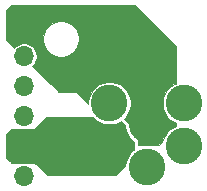
<source format=gbl>
G04 #@! TF.GenerationSoftware,KiCad,Pcbnew,5.1.5-52549c5~84~ubuntu19.10.1*
G04 #@! TF.CreationDate,2020-03-01T18:50:15+01:00*
G04 #@! TF.ProjectId,C245_conn,43323435-5f63-46f6-9e6e-2e6b69636164,rev?*
G04 #@! TF.SameCoordinates,Original*
G04 #@! TF.FileFunction,Copper,L2,Bot*
G04 #@! TF.FilePolarity,Positive*
%FSLAX46Y46*%
G04 Gerber Fmt 4.6, Leading zero omitted, Abs format (unit mm)*
G04 Created by KiCad (PCBNEW 5.1.5-52549c5~84~ubuntu19.10.1) date 2020-03-01 18:50:15*
%MOMM*%
%LPD*%
G04 APERTURE LIST*
%ADD10C,3.100000*%
%ADD11O,1.700000X1.700000*%
%ADD12R,1.700000X1.700000*%
%ADD13C,0.100000*%
G04 APERTURE END LIST*
D10*
X111350000Y-108400000D03*
X111350000Y-112000000D03*
X117650000Y-108400000D03*
X117650000Y-112000000D03*
X114500000Y-113800000D03*
X114500000Y-110200000D03*
D11*
X104100000Y-114600000D03*
X104100000Y-112060000D03*
X104100000Y-109520000D03*
X104100000Y-106980000D03*
X104100000Y-104440000D03*
D12*
X104100000Y-101900000D03*
D13*
G36*
X113526707Y-100097417D02*
G01*
X116902583Y-103473293D01*
X116937677Y-103525816D01*
X116950000Y-103587766D01*
X116950000Y-106741644D01*
X116797380Y-106804861D01*
X116502567Y-107001849D01*
X116251849Y-107252567D01*
X116054861Y-107547380D01*
X115919173Y-107874959D01*
X115850000Y-108222716D01*
X115850000Y-108577284D01*
X115919173Y-108925041D01*
X116054861Y-109252620D01*
X116251849Y-109547433D01*
X116502567Y-109798151D01*
X116797380Y-109995139D01*
X116950000Y-110058356D01*
X116950000Y-110341644D01*
X116797380Y-110404861D01*
X116502567Y-110601849D01*
X116251849Y-110852567D01*
X116054861Y-111147380D01*
X115919173Y-111474959D01*
X115910443Y-111518847D01*
X115526707Y-111902583D01*
X115474184Y-111937677D01*
X115412234Y-111950000D01*
X113750000Y-111950000D01*
X113750000Y-111082843D01*
X113745196Y-111034071D01*
X113729972Y-110957534D01*
X113715746Y-110910635D01*
X113692643Y-110867413D01*
X113649288Y-110802528D01*
X113618198Y-110764644D01*
X112574569Y-109721015D01*
X112748151Y-109547433D01*
X112945139Y-109252620D01*
X113080827Y-108925041D01*
X113150000Y-108577284D01*
X113150000Y-108222716D01*
X113080827Y-107874959D01*
X112945139Y-107547380D01*
X112748151Y-107252567D01*
X112497433Y-107001849D01*
X112202620Y-106804861D01*
X111875041Y-106669173D01*
X111527284Y-106600000D01*
X111172716Y-106600000D01*
X110824959Y-106669173D01*
X110497380Y-106804861D01*
X110202567Y-107001849D01*
X109951849Y-107252567D01*
X109754861Y-107547380D01*
X109619173Y-107874959D01*
X109550000Y-108222716D01*
X109550000Y-108479290D01*
X108593934Y-107523224D01*
X108586358Y-107517006D01*
X108521473Y-107473651D01*
X108512828Y-107469030D01*
X108503448Y-107466185D01*
X108426911Y-107450961D01*
X108417157Y-107450000D01*
X107087766Y-107450000D01*
X107025816Y-107437677D01*
X106973295Y-107402584D01*
X104833410Y-105262224D01*
X104954425Y-105141209D01*
X105074807Y-104961045D01*
X105157727Y-104760858D01*
X105200000Y-104548341D01*
X105200000Y-104331659D01*
X105157727Y-104119142D01*
X105074807Y-103918955D01*
X104954425Y-103738791D01*
X104801209Y-103585575D01*
X104621045Y-103465193D01*
X104420858Y-103382273D01*
X104208341Y-103340000D01*
X103991659Y-103340000D01*
X103779142Y-103382273D01*
X103578955Y-103465193D01*
X103398791Y-103585575D01*
X103277948Y-103706418D01*
X102595461Y-103023779D01*
X102562323Y-102974184D01*
X102550000Y-102912234D01*
X102550000Y-102802263D01*
X105750000Y-102802263D01*
X105750000Y-103097737D01*
X105807644Y-103387534D01*
X105920717Y-103660517D01*
X106084874Y-103906194D01*
X106293806Y-104115126D01*
X106539483Y-104279283D01*
X106812466Y-104392356D01*
X107102263Y-104450000D01*
X107397737Y-104450000D01*
X107687534Y-104392356D01*
X107960517Y-104279283D01*
X108206194Y-104115126D01*
X108415126Y-103906194D01*
X108579283Y-103660517D01*
X108692356Y-103387534D01*
X108750000Y-103097737D01*
X108750000Y-102802263D01*
X108692356Y-102512466D01*
X108579283Y-102239483D01*
X108415126Y-101993806D01*
X108206194Y-101784874D01*
X107960517Y-101620717D01*
X107687534Y-101507644D01*
X107397737Y-101450000D01*
X107102263Y-101450000D01*
X106812466Y-101507644D01*
X106539483Y-101620717D01*
X106293806Y-101784874D01*
X106084874Y-101993806D01*
X105920717Y-102239483D01*
X105807644Y-102512466D01*
X105750000Y-102802263D01*
X102550000Y-102802263D01*
X102550000Y-100587766D01*
X102562323Y-100525816D01*
X102597417Y-100473293D01*
X102973293Y-100097417D01*
X103006843Y-100075000D01*
X113493157Y-100075000D01*
X113526707Y-100097417D01*
G37*
X113526707Y-100097417D02*
X116902583Y-103473293D01*
X116937677Y-103525816D01*
X116950000Y-103587766D01*
X116950000Y-106741644D01*
X116797380Y-106804861D01*
X116502567Y-107001849D01*
X116251849Y-107252567D01*
X116054861Y-107547380D01*
X115919173Y-107874959D01*
X115850000Y-108222716D01*
X115850000Y-108577284D01*
X115919173Y-108925041D01*
X116054861Y-109252620D01*
X116251849Y-109547433D01*
X116502567Y-109798151D01*
X116797380Y-109995139D01*
X116950000Y-110058356D01*
X116950000Y-110341644D01*
X116797380Y-110404861D01*
X116502567Y-110601849D01*
X116251849Y-110852567D01*
X116054861Y-111147380D01*
X115919173Y-111474959D01*
X115910443Y-111518847D01*
X115526707Y-111902583D01*
X115474184Y-111937677D01*
X115412234Y-111950000D01*
X113750000Y-111950000D01*
X113750000Y-111082843D01*
X113745196Y-111034071D01*
X113729972Y-110957534D01*
X113715746Y-110910635D01*
X113692643Y-110867413D01*
X113649288Y-110802528D01*
X113618198Y-110764644D01*
X112574569Y-109721015D01*
X112748151Y-109547433D01*
X112945139Y-109252620D01*
X113080827Y-108925041D01*
X113150000Y-108577284D01*
X113150000Y-108222716D01*
X113080827Y-107874959D01*
X112945139Y-107547380D01*
X112748151Y-107252567D01*
X112497433Y-107001849D01*
X112202620Y-106804861D01*
X111875041Y-106669173D01*
X111527284Y-106600000D01*
X111172716Y-106600000D01*
X110824959Y-106669173D01*
X110497380Y-106804861D01*
X110202567Y-107001849D01*
X109951849Y-107252567D01*
X109754861Y-107547380D01*
X109619173Y-107874959D01*
X109550000Y-108222716D01*
X109550000Y-108479290D01*
X108593934Y-107523224D01*
X108586358Y-107517006D01*
X108521473Y-107473651D01*
X108512828Y-107469030D01*
X108503448Y-107466185D01*
X108426911Y-107450961D01*
X108417157Y-107450000D01*
X107087766Y-107450000D01*
X107025816Y-107437677D01*
X106973295Y-107402584D01*
X104833410Y-105262224D01*
X104954425Y-105141209D01*
X105074807Y-104961045D01*
X105157727Y-104760858D01*
X105200000Y-104548341D01*
X105200000Y-104331659D01*
X105157727Y-104119142D01*
X105074807Y-103918955D01*
X104954425Y-103738791D01*
X104801209Y-103585575D01*
X104621045Y-103465193D01*
X104420858Y-103382273D01*
X104208341Y-103340000D01*
X103991659Y-103340000D01*
X103779142Y-103382273D01*
X103578955Y-103465193D01*
X103398791Y-103585575D01*
X103277948Y-103706418D01*
X102595461Y-103023779D01*
X102562323Y-102974184D01*
X102550000Y-102912234D01*
X102550000Y-102802263D01*
X105750000Y-102802263D01*
X105750000Y-103097737D01*
X105807644Y-103387534D01*
X105920717Y-103660517D01*
X106084874Y-103906194D01*
X106293806Y-104115126D01*
X106539483Y-104279283D01*
X106812466Y-104392356D01*
X107102263Y-104450000D01*
X107397737Y-104450000D01*
X107687534Y-104392356D01*
X107960517Y-104279283D01*
X108206194Y-104115126D01*
X108415126Y-103906194D01*
X108579283Y-103660517D01*
X108692356Y-103387534D01*
X108750000Y-103097737D01*
X108750000Y-102802263D01*
X108692356Y-102512466D01*
X108579283Y-102239483D01*
X108415126Y-101993806D01*
X108206194Y-101784874D01*
X107960517Y-101620717D01*
X107687534Y-101507644D01*
X107397737Y-101450000D01*
X107102263Y-101450000D01*
X106812466Y-101507644D01*
X106539483Y-101620717D01*
X106293806Y-101784874D01*
X106084874Y-101993806D01*
X105920717Y-102239483D01*
X105807644Y-102512466D01*
X105750000Y-102802263D01*
X102550000Y-102802263D01*
X102550000Y-100587766D01*
X102562323Y-100525816D01*
X102597417Y-100473293D01*
X102973293Y-100097417D01*
X103006843Y-100075000D01*
X113493157Y-100075000D01*
X113526707Y-100097417D01*
G36*
X110202567Y-109798151D02*
G01*
X110497380Y-109995139D01*
X110824959Y-110130827D01*
X111172716Y-110200000D01*
X111527284Y-110200000D01*
X111875041Y-110130827D01*
X112202620Y-109995139D01*
X112335585Y-109906295D01*
X112700000Y-110270710D01*
X112700000Y-110377284D01*
X112769173Y-110725041D01*
X112904861Y-111052620D01*
X113101849Y-111347433D01*
X113352567Y-111598151D01*
X113450000Y-111663254D01*
X113450000Y-112336746D01*
X113352567Y-112401849D01*
X113101849Y-112652567D01*
X112904861Y-112947380D01*
X112769173Y-113274959D01*
X112700000Y-113622716D01*
X112700000Y-113729290D01*
X112026707Y-114402583D01*
X111974184Y-114437677D01*
X111912234Y-114450000D01*
X106087766Y-114450000D01*
X106025816Y-114437677D01*
X105973293Y-114402583D01*
X105093934Y-113523224D01*
X105086358Y-113517006D01*
X105021473Y-113473651D01*
X105012828Y-113469030D01*
X105003448Y-113466185D01*
X104926911Y-113450961D01*
X104917157Y-113450000D01*
X103087766Y-113450000D01*
X103025816Y-113437677D01*
X102973293Y-113402583D01*
X102597417Y-113026707D01*
X102562323Y-112974184D01*
X102550000Y-112912234D01*
X102550000Y-111087766D01*
X102562323Y-111025816D01*
X102597417Y-110973293D01*
X102973293Y-110597417D01*
X103025816Y-110562323D01*
X103087766Y-110550000D01*
X103712203Y-110550000D01*
X103779142Y-110577727D01*
X103991659Y-110620000D01*
X104208341Y-110620000D01*
X104420858Y-110577727D01*
X104487797Y-110550000D01*
X104917157Y-110550000D01*
X104926911Y-110549039D01*
X105003448Y-110533815D01*
X105012828Y-110530970D01*
X105021473Y-110526349D01*
X105086358Y-110482994D01*
X105093934Y-110476776D01*
X105973293Y-109597417D01*
X106025816Y-109562323D01*
X106087766Y-109550000D01*
X109954416Y-109550000D01*
X110202567Y-109798151D01*
G37*
X110202567Y-109798151D02*
X110497380Y-109995139D01*
X110824959Y-110130827D01*
X111172716Y-110200000D01*
X111527284Y-110200000D01*
X111875041Y-110130827D01*
X112202620Y-109995139D01*
X112335585Y-109906295D01*
X112700000Y-110270710D01*
X112700000Y-110377284D01*
X112769173Y-110725041D01*
X112904861Y-111052620D01*
X113101849Y-111347433D01*
X113352567Y-111598151D01*
X113450000Y-111663254D01*
X113450000Y-112336746D01*
X113352567Y-112401849D01*
X113101849Y-112652567D01*
X112904861Y-112947380D01*
X112769173Y-113274959D01*
X112700000Y-113622716D01*
X112700000Y-113729290D01*
X112026707Y-114402583D01*
X111974184Y-114437677D01*
X111912234Y-114450000D01*
X106087766Y-114450000D01*
X106025816Y-114437677D01*
X105973293Y-114402583D01*
X105093934Y-113523224D01*
X105086358Y-113517006D01*
X105021473Y-113473651D01*
X105012828Y-113469030D01*
X105003448Y-113466185D01*
X104926911Y-113450961D01*
X104917157Y-113450000D01*
X103087766Y-113450000D01*
X103025816Y-113437677D01*
X102973293Y-113402583D01*
X102597417Y-113026707D01*
X102562323Y-112974184D01*
X102550000Y-112912234D01*
X102550000Y-111087766D01*
X102562323Y-111025816D01*
X102597417Y-110973293D01*
X102973293Y-110597417D01*
X103025816Y-110562323D01*
X103087766Y-110550000D01*
X103712203Y-110550000D01*
X103779142Y-110577727D01*
X103991659Y-110620000D01*
X104208341Y-110620000D01*
X104420858Y-110577727D01*
X104487797Y-110550000D01*
X104917157Y-110550000D01*
X104926911Y-110549039D01*
X105003448Y-110533815D01*
X105012828Y-110530970D01*
X105021473Y-110526349D01*
X105086358Y-110482994D01*
X105093934Y-110476776D01*
X105973293Y-109597417D01*
X106025816Y-109562323D01*
X106087766Y-109550000D01*
X109954416Y-109550000D01*
X110202567Y-109798151D01*
M02*

</source>
